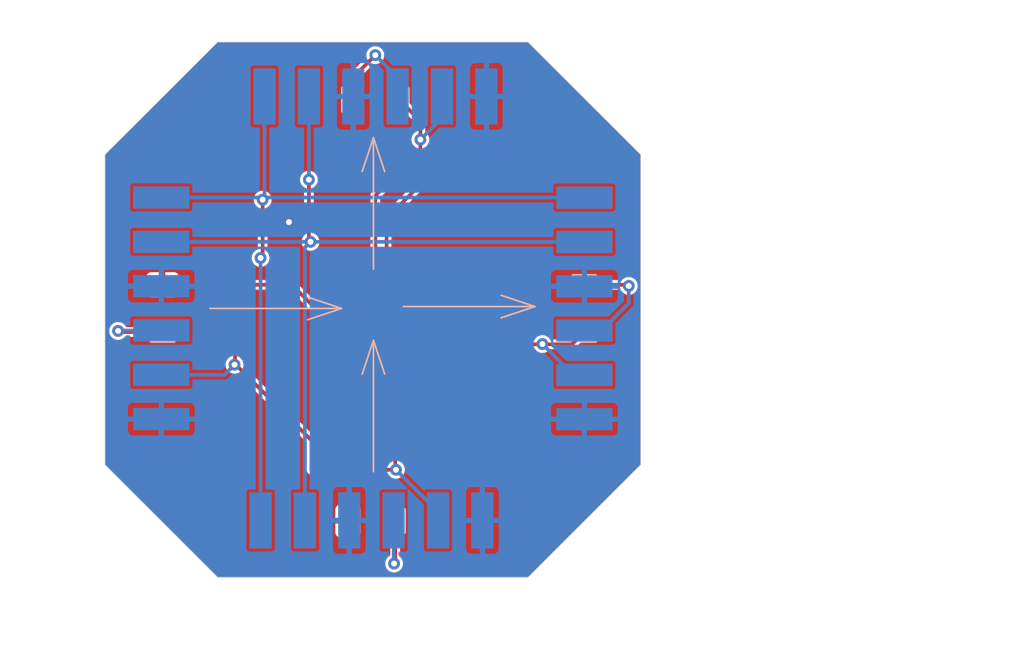
<source format=kicad_pcb>
(kicad_pcb (version 20211014) (generator pcbnew)
  (layers (0 "F.Cu" signal) (31 "B.Cu" signal) (34 "B.Paste" user) (35 "F.Paste" user) (36 "B.SilkS" user "B.Silkscreen") (37 "F.SilkS" user "F.Silkscreen") (38 "B.Mask" user) (39 "F.Mask" user) (44 "Edge.Cuts" user))
  (net 0 "")
  (net 1 "+5V")
  (net 2 "GND")
  (net 3 "Net-(CN1-Pad2)")
  (net 4 "Net-(CN2-Pad3)")
  (net 5 "Net-(D1-Pad2)")
  (net 6 "Net-(D2-Pad2)")
  (net 7 "Net-(D3-Pad2)")
  (net 8 "Net-(D4-Pad2)")
  (net 9 "Net-(CN3-Pad3)")
  (net 10 "Net-(CN4-Pad4)")
  (net 11 "Net-(CN1-Pad1)")
  (footprint "LED_SMD:LED_WS2812B_PLCC4_5.0x5.0mm_P3.2mm" (layer "F.Cu") (at 128.778 107.95 180)
    (fp_text reference "D1" hide)
    (fp_text value "WS2812B")
    (pad "1" smd rect (at -2.45 -1.6 180) (size 1.5 1) (layers "F.Cu" "F.Paste" "F.Mask") (net 1 "+5V"))
    (pad "2" smd rect (at -2.45 1.6 180) (size 1.5 1) (layers "F.Cu" "F.Paste" "F.Mask") (net 5 "Net-(D1-Pad2)"))
    (pad "3" smd rect (at 2.45 1.6 180) (size 1.5 1) (layers "F.Cu" "F.Paste" "F.Mask") (net 2 "GND"))
    (pad "4" smd rect (at 2.45 -1.6 180) (size 1.5 1) (layers "F.Cu" "F.Paste" "F.Mask") (net 4 "Net-(CN2-Pad3)"))
  )
  (footprint "LED_SMD:LED_WS2812B_PLCC4_5.0x5.0mm_P3.2mm" (layer "F.Cu") (at 140.716 96.266 -90)
    (fp_text reference "D5" hide)
    (fp_text value "WS2812B")
    (pad "1" smd rect (at -2.45 -1.6 270) (size 1.5 1) (layers "F.Cu" "F.Paste" "F.Mask") (net 1 "+5V"))
    (pad "2" smd rect (at -2.45 1.6 270) (size 1.5 1) (layers "F.Cu" "F.Paste" "F.Mask") (net 10 "Net-(CN4-Pad4)"))
    (pad "3" smd rect (at 2.45 1.6 270) (size 1.5 1) (layers "F.Cu" "F.Paste" "F.Mask") (net 2 "GND"))
    (pad "4" smd rect (at 2.45 -1.6 270) (size 1.5 1) (layers "F.Cu" "F.Paste" "F.Mask") (net 8 "Net-(D4-Pad2)"))
  )
  (footprint "LED_SMD:LED_WS2812B_PLCC4_5.0x5.0mm_P3.2mm" (layer "F.Cu") (at 140.462 119.888 -90)
    (fp_text reference "D4" hide)
    (fp_text value "WS2812B")
    (pad "1" smd rect (at -2.45 -1.6 270) (size 1.5 1) (layers "F.Cu" "F.Paste" "F.Mask") (net 1 "+5V"))
    (pad "2" smd rect (at -2.45 1.6 270) (size 1.5 1) (layers "F.Cu" "F.Paste" "F.Mask") (net 8 "Net-(D4-Pad2)"))
    (pad "3" smd rect (at 2.45 1.6 270) (size 1.5 1) (layers "F.Cu" "F.Paste" "F.Mask") (net 2 "GND"))
    (pad "4" smd rect (at 2.45 -1.6 270) (size 1.5 1) (layers "F.Cu" "F.Paste" "F.Mask") (net 9 "Net-(CN3-Pad3)"))
  )
  (footprint "LED_SMD:LED_WS2812B_PLCC4_5.0x5.0mm_P3.2mm" (layer "F.Cu") (at 140.716 107.95 180)
    (fp_text reference "D2" hide)
    (fp_text value "WS2812B")
    (pad "1" smd rect (at -2.45 -1.6 180) (size 1.5 1) (layers "F.Cu" "F.Paste" "F.Mask") (net 1 "+5V"))
    (pad "2" smd rect (at -2.45 1.6 180) (size 1.5 1) (layers "F.Cu" "F.Paste" "F.Mask") (net 6 "Net-(D2-Pad2)"))
    (pad "3" smd rect (at 2.45 1.6 180) (size 1.5 1) (layers "F.Cu" "F.Paste" "F.Mask") (net 2 "GND"))
    (pad "4" smd rect (at 2.45 -1.6 180) (size 1.5 1) (layers "F.Cu" "F.Paste" "F.Mask") (net 5 "Net-(D1-Pad2)"))
  )
  (footprint "LED_SMD:LED_WS2812B_PLCC4_5.0x5.0mm_P3.2mm" (layer "F.Cu") (at 152.4 107.95 180)
    (fp_text reference "D3" hide)
    (fp_text value "WS2812B")
    (pad "1" smd rect (at -2.45 -1.6 180) (size 1.5 1) (layers "F.Cu" "F.Paste" "F.Mask") (net 1 "+5V"))
    (pad "2" smd rect (at -2.45 1.6 180) (size 1.5 1) (layers "F.Cu" "F.Paste" "F.Mask") (net 7 "Net-(D3-Pad2)"))
    (pad "3" smd rect (at 2.45 1.6 180) (size 1.5 1) (layers "F.Cu" "F.Paste" "F.Mask") (net 2 "GND"))
    (pad "4" smd rect (at 2.45 -1.6 180) (size 1.5 1) (layers "F.Cu" "F.Paste" "F.Mask") (net 6 "Net-(D2-Pad2)"))
  )
  (footprint "Adafruit NeoPixel 8 Stick:1X4-SMT" (layer "B.Cu") (at 141.224 94.234)
    (fp_text reference "CN4" hide)
    (fp_text value "1X4SMT")
    (pad "1" smd rect (at -8 -0.635) (size 1.5 3.8) (layers "B.Cu" "B.Paste" "B.Mask") (net 11 "Net-(CN1-Pad1)"))
    (pad "2" smd rect (at -5 -0.635) (size 1.5 3.8) (layers "B.Cu" "B.Paste" "B.Mask") (net 3 "Net-(CN1-Pad2)"))
    (pad "3" smd rect (at -2 -0.635) (size 1.5 3.8) (layers "B.Cu" "B.Paste" "B.Mask") (net 2 "GND"))
    (pad "4" smd rect (at 1 -0.635) (size 1.5 3.8) (layers "B.Cu" "B.Paste" "B.Mask") (net 10 "Net-(CN4-Pad4)"))
    (pad "5" smd rect (at 4 -0.635) (size 1.5 3.8) (layers "B.Cu" "B.Paste" "B.Mask") (net 1 "+5V"))
    (pad "6" smd rect (at 7 -0.635) (size 1.5 3.8) (layers "B.Cu" "B.Paste" "B.Mask") (net 2 "GND"))
  )
  (footprint "Adafruit NeoPixel 8 Stick:1X4-SMT" (layer "B.Cu") (at 126.873 107.442 90)
    (fp_text reference "CN2" hide)
    (fp_text value "1X4SMT" hide)
    (pad "1" smd rect (at -8 -0.635 90) (size 1.5 3.8) (layers "B.Cu" "B.Paste" "B.Mask") (net 2 "GND"))
    (pad "2" smd rect (at -5 -0.635 90) (size 1.5 3.8) (layers "B.Cu" "B.Paste" "B.Mask") (net 1 "+5V"))
    (pad "3" smd rect (at -2 -0.635 90) (size 1.5 3.8) (layers "B.Cu" "B.Paste" "B.Mask") (net 4 "Net-(CN2-Pad3)"))
    (pad "4" smd rect (at 1 -0.635 90) (size 1.5 3.8) (layers "B.Cu" "B.Paste" "B.Mask") (net 2 "GND"))
    (pad "5" smd rect (at 4 -0.635 90) (size 1.5 3.8) (layers "B.Cu" "B.Paste" "B.Mask") (net 3 "Net-(CN1-Pad2)"))
    (pad "6" smd rect (at 7 -0.635 90) (size 1.5 3.8) (layers "B.Cu" "B.Paste" "B.Mask") (net 11 "Net-(CN1-Pad1)"))
  )
  (footprint "Adafruit NeoPixel 8 Stick:1X4-SMT" (layer "B.Cu") (at 154.222999 108.45 -90)
    (fp_text reference "CN1" hide)
    (fp_text value "1X4SMT" hide)
    (pad "1" smd rect (at -8 -0.635 270) (size 1.5 3.8) (layers "B.Cu" "B.Paste" "B.Mask") (net 11 "Net-(CN1-Pad1)"))
    (pad "2" smd rect (at -5 -0.635 270) (size 1.5 3.8) (layers "B.Cu" "B.Paste" "B.Mask") (net 3 "Net-(CN1-Pad2)"))
    (pad "3" smd rect (at -2 -0.635 270) (size 1.5 3.8) (layers "B.Cu" "B.Paste" "B.Mask") (net 2 "GND"))
    (pad "4" smd rect (at 1 -0.635 270) (size 1.5 3.8) (layers "B.Cu" "B.Paste" "B.Mask") (net 7 "Net-(D3-Pad2)"))
    (pad "5" smd rect (at 4 -0.635 270) (size 1.5 3.8) (layers "B.Cu" "B.Paste" "B.Mask") (net 1 "+5V"))
    (pad "6" smd rect (at 7 -0.635 270) (size 1.5 3.8) (layers "B.Cu" "B.Paste" "B.Mask") (net 2 "GND"))
  )
  (footprint "Adafruit NeoPixel 8 Stick:1X4-SMT" (layer "B.Cu") (at 139.954 121.666 180)
    (fp_text reference "CN3" hide)
    (fp_text value "1X4SMT")
    (pad "1" smd rect (at -8 -0.635 180) (size 1.5 3.8) (layers "B.Cu" "B.Paste" "B.Mask") (net 2 "GND"))
    (pad "2" smd rect (at -5 -0.635 180) (size 1.5 3.8) (layers "B.Cu" "B.Paste" "B.Mask") (net 1 "+5V"))
    (pad "3" smd rect (at -2 -0.635 180) (size 1.5 3.8) (layers "B.Cu" "B.Paste" "B.Mask") (net 9 "Net-(CN3-Pad3)"))
    (pad "4" smd rect (at 1 -0.635 180) (size 1.5 3.8) (layers "B.Cu" "B.Paste" "B.Mask") (net 2 "GND"))
    (pad "5" smd rect (at 4 -0.635 180) (size 1.5 3.8) (layers "B.Cu" "B.Paste" "B.Mask") (net 3 "Net-(CN1-Pad2)"))
    (pad "6" smd rect (at 7 -0.635 180) (size 1.5 3.8) (layers "B.Cu" "B.Paste" "B.Mask") (net 11 "Net-(CN1-Pad1)"))
  )
  (gr_line (start 140.589 110.109) (end 141.351 112.395) (layer "B.SilkS") (width 0.12))
  (gr_line (start 138.43 107.95) (end 136.144 107.188) (layer "B.SilkS") (width 0.12))
  (gr_line (start 138.43 107.95) (end 136.144 108.712) (layer "B.SilkS") (width 0.12))
  (gr_line (start 140.589 96.393) (end 141.351 98.679) (layer "B.SilkS") (width 0.12))
  (gr_line (start 140.589 118.999) (end 140.589 110.109) (layer "B.SilkS") (width 0.12))
  (gr_line (start 142.621 107.823) (end 151.511 107.823) (layer "B.SilkS") (width 0.12))
  (gr_line (start 129.54 107.95) (end 138.43 107.95) (layer "B.SilkS") (width 0.12))
  (gr_line (start 140.589 105.283) (end 140.589 96.393) (layer "B.SilkS") (width 0.12))
  (gr_line (start 140.589 110.109) (end 139.827 112.395) (layer "B.SilkS") (width 0.12))
  (gr_line (start 151.511 107.823) (end 149.225 107.061) (layer "B.SilkS") (width 0.12))
  (gr_line (start 151.511 107.823) (end 149.225 108.585) (layer "B.SilkS") (width 0.12))
  (gr_line (start 140.589 96.393) (end 139.827 98.679) (layer "B.SilkS") (width 0.12))
  (gr_line (start 122.428 118.536) (end 130.047999 126.156) (layer "Edge.Cuts") (width 0.05))
  (gr_line (start 151.047999 126.156) (end 130.047999 126.156) (layer "Edge.Cuts") (width 0.05))
  (gr_line (start 158.667999 97.536) (end 158.667999 118.536) (layer "Edge.Cuts") (width 0.05))
  (gr_line (start 151.047999 126.156) (end 158.667999 118.536) (layer "Edge.Cuts") (width 0.05))
  (gr_line (start 122.428 97.536) (end 122.428 118.536) (layer "Edge.Cuts") (width 0.05))
  (gr_line (start 130.048 89.916) (end 151.048 89.916) (layer "Edge.Cuts") (width 0.05))
  (gr_line (start 130.048 89.916) (end 122.428 97.536) (layer "Edge.Cuts") (width 0.05))
  (gr_line (start 151.048 89.916) (end 158.667999 97.536) (layer "Edge.Cuts") (width 0.05))
  (segment (start 136.398 116.8804) (end 136.398 118.872) (width 0.25) (layer "F.Cu") (net 1))
  (segment (start 143.764 95.264) (end 142.316 93.816) (width 0.25) (layer "F.Cu") (net 1))
  (segment (start 141.478 113.792) (end 141.478 109.474) (width 0.25) (layer "F.Cu") (net 1))
  (segment (start 131.228 109.55) (end 131.228 111.7104) (width 0.25) (layer "F.Cu") (net 1))
  (segment (start 141.986 118.872) (end 142.062 118.796) (width 0.25) (layer "F.Cu") (net 1))
  (segment (start 143.9942 110.3782) (end 153.8122 110.3782) (width 0.25) (layer "F.Cu") (net 1))
  (segment (start 131.228 111.7104) (end 136.398 116.8804) (width 0.25) (layer "F.Cu") (net 1))
  (segment (start 154.0218 110.3782) (end 154.85 109.55) (width 0.25) (layer "F.Cu") (net 1))
  (segment (start 142.062 117.438) (end 142.062 114.376) (width 0.25) (layer "F.Cu") (net 1))
  (segment (start 143.166 109.55) (end 143.9942 110.3782) (width 0.25) (layer "F.Cu") (net 1))
  (segment (start 141.478 109.474) (end 141.478 101.854) (width 0.25) (layer "F.Cu") (net 1))
  (segment (start 141.478 101.854) (end 143.764 99.568) (width 0.25) (layer "F.Cu") (net 1))
  (segment (start 141.478 109.474) (end 141.554 109.55) (width 0.25) (layer "F.Cu") (net 1))
  (segment (start 141.554 109.55) (end 143.166 109.55) (width 0.25) (layer "F.Cu") (net 1))
  (segment (start 136.398 118.872) (end 141.986 118.872) (width 0.25) (layer "F.Cu") (net 1))
  (segment (start 153.8122 110.3782) (end 154.0218 110.3782) (width 0.25) (layer "F.Cu") (net 1))
  (segment (start 142.062 118.796) (end 142.062 117.438) (width 0.25) (layer "F.Cu") (net 1))
  (segment (start 143.764 99.568) (end 143.764 95.264) (width 0.25) (layer "F.Cu") (net 1))
  (segment (start 142.062 114.376) (end 141.478 113.792) (width 0.25) (layer "F.Cu") (net 1))
  (via (at 142.113 118.872) (size 0.8) (drill 0.4) (layers "F.Cu" "B.Cu") (net 1))
  (via (at 143.764 96.52) (size 0.8) (drill 0.4) (layers "F.Cu" "B.Cu") (net 1))
  (via (at 152.019 110.363) (size 0.8) (drill 0.4) (layers "F.Cu" "B.Cu") (net 1))
  (via (at 131.191 111.76) (size 0.8) (drill 0.4) (layers "F.Cu" "B.Cu") (net 1))
  (segment (start 126.238 112.442) (end 130.509 112.442) (width 0.25) (layer "B.Cu") (net 1))
  (segment (start 154.857999 112.45) (end 154.106 112.45) (width 0.25) (layer "B.Cu") (net 1))
  (segment (start 154.106 112.45) (end 152.019 110.363) (width 0.25) (layer "B.Cu") (net 1))
  (segment (start 145.224 93.599) (end 145.224 95.06) (width 0.25) (layer "B.Cu") (net 1))
  (segment (start 145.224 95.06) (end 143.764 96.52) (width 0.25) (layer "B.Cu") (net 1))
  (segment (start 144.954 122.301) (end 144.954 121.713) (width 0.25) (layer "B.Cu") (net 1))
  (segment (start 130.509 112.442) (end 131.191 111.76) (width 0.25) (layer "B.Cu") (net 1))
  (segment (start 144.954 121.713) (end 142.113 118.872) (width 0.25) (layer "B.Cu") (net 1))
  (via (at 134.874 102.108) (size 0.8) (drill 0.4) (layers "F.Cu" "B.Cu") (net 2))
  (segment (start 148.208 93.726) (end 148.208 95.876) (width 0.25) (layer "B.Cu") (net 2))
  (segment (start 148.208 95.876) (end 148.224 95.892) (width 0.25) (layer "B.Cu") (net 2))
  (segment (start 136.224 99.234) (end 136.224 103.298) (width 0.25) (layer "F.Cu") (net 3))
  (via (at 136.334 103.442) (size 0.8) (drill 0.4) (layers "F.Cu" "B.Cu") (net 3))
  (via (at 136.224 99.234) (size 0.8) (drill 0.4) (layers "F.Cu" "B.Cu") (net 3))
  (segment (start 154.849999 103.442) (end 154.857999 103.45) (width 0.25) (layer "B.Cu") (net 3))
  (segment (start 136.334 103.442) (end 135.954 103.822) (width 0.25) (layer "B.Cu") (net 3))
  (segment (start 135.954 103.822) (end 135.954 122.301) (width 0.25) (layer "B.Cu") (net 3))
  (segment (start 136.334 103.442) (end 154.849999 103.442) (width 0.25) (layer "B.Cu") (net 3))
  (segment (start 136.224 93.599) (end 136.224 99.234) (width 0.25) (layer "B.Cu") (net 3))
  (segment (start 126.238 103.442) (end 136.334 103.442) (width 0.25) (layer "B.Cu") (net 3))
  (segment (start 123.393 109.55) (end 126.328 109.55) (width 0.25) (layer "F.Cu") (net 4))
  (segment (start 123.317 109.474) (end 123.393 109.55) (width 0.25) (layer "F.Cu") (net 4))
  (via (at 123.317 109.474) (size 0.8) (drill 0.4) (layers "F.Cu" "B.Cu") (net 4))
  (segment (start 123.349 109.442) (end 123.317 109.474) (width 0.25) (layer "B.Cu") (net 4))
  (segment (start 126.238 109.442) (end 123.349 109.442) (width 0.25) (layer "B.Cu") (net 4))
  (segment (start 135.066 106.35) (end 138.266 109.55) (width 0.25) (layer "F.Cu") (net 5))
  (segment (start 131.228 106.35) (end 135.066 106.35) (width 0.25) (layer "F.Cu") (net 5))
  (segment (start 143.166 106.35) (end 146.75 106.35) (width 0.25) (layer "F.Cu") (net 6))
  (segment (start 146.75 106.35) (end 149.95 109.55) (width 0.25) (layer "F.Cu") (net 6))
  (segment (start 157.785 106.35) (end 157.861 106.426) (width 0.25) (layer "F.Cu") (net 7))
  (segment (start 154.85 106.35) (end 157.785 106.35) (width 0.25) (layer "F.Cu") (net 7))
  (via (at 157.861 106.426) (size 0.8) (drill 0.4) (layers "F.Cu" "B.Cu") (net 7))
  (segment (start 154.857999 109.45) (end 156.007999 109.45) (width 0.25) (layer "B.Cu") (net 7))
  (segment (start 156.007999 109.45) (end 157.861 107.596999) (width 0.25) (layer "B.Cu") (net 7))
  (segment (start 157.861 107.596999) (end 157.861 106.426) (width 0.25) (layer "B.Cu") (net 7))
  (segment (start 138.862 117.438) (end 138.862 116.154) (width 0.25) (layer "F.Cu") (net 8))
  (segment (start 138.862 116.154) (end 140.716 114.3) (width 0.25) (layer "F.Cu") (net 8))
  (segment (start 140.716 114.3) (end 140.716 100.316) (width 0.25) (layer "F.Cu") (net 8))
  (segment (start 140.716 100.316) (end 142.316 98.716) (width 0.25) (layer "F.Cu") (net 8))
  (segment (start 141.986 125.222) (end 142.062 125.146) (width 0.25) (layer "F.Cu") (net 9))
  (segment (start 142.062 125.146) (end 142.062 122.338) (width 0.25) (layer "F.Cu") (net 9))
  (via (at 141.986 125.222) (size 0.8) (drill 0.4) (layers "F.Cu" "B.Cu") (net 9))
  (segment (start 141.954 122.301) (end 141.954 125.19) (width 0.25) (layer "B.Cu") (net 9))
  (segment (start 141.954 125.19) (end 141.986 125.222) (width 0.25) (layer "B.Cu") (net 9))
  (segment (start 139.116 92.405) (end 140.716 90.805) (width 0.25) (layer "F.Cu") (net 10))
  (segment (start 139.116 93.816) (end 139.116 92.405) (width 0.25) (layer "F.Cu") (net 10))
  (via (at 140.716 90.805) (size 0.8) (drill 0.4) (layers "F.Cu" "B.Cu") (net 10))
  (segment (start 142.224 92.313) (end 142.224 93.599) (width 0.25) (layer "B.Cu") (net 10))
  (segment (start 140.716 90.805) (end 142.224 92.313) (width 0.25) (layer "B.Cu") (net 10))
  (segment (start 132.954 104.536) (end 133.096 104.394) (width 0.25) (layer "F.Cu") (net 11))
  (segment (start 133.096 104.394) (end 133.096 100.584) (width 0.25) (layer "F.Cu") (net 11))
  (via (at 133.096 100.584) (size 0.8) (drill 0.4) (layers "F.Cu" "B.Cu") (net 11))
  (via (at 132.954 104.536) (size 0.8) (drill 0.4) (layers "F.Cu" "B.Cu") (net 11))
  (segment (start 132.954 122.301) (end 132.954 104.536) (width 0.25) (layer "B.Cu") (net 11))
  (segment (start 133.224 93.599) (end 133.224 100.456) (width 0.25) (layer "B.Cu") (net 11))
  (segment (start 133.224 100.456) (end 133.096 100.584) (width 0.25) (layer "B.Cu") (net 11))
  (segment (start 154.849999 100.442) (end 154.857999 100.45) (width 0.25) (layer "B.Cu") (net 11))
  (segment (start 126.238 100.442) (end 154.849999 100.442) (width 0.25) (layer "B.Cu") (net 11))
  (zone (net 2) (net_name "GND") (layers F&B.Cu) (priority 6) (connect_pads (clearance 0.000001)) (min_thickness 0.1524) (fill yes (thermal_gap 0.3548) (thermal_bridge_width 0.3548))
    (polygon (pts (xy 184.5945 131.064) (xy 115.3287 131.064) (xy 115.3287 87.0712) (xy 184.5945 87.0712)))
  )
)
</source>
